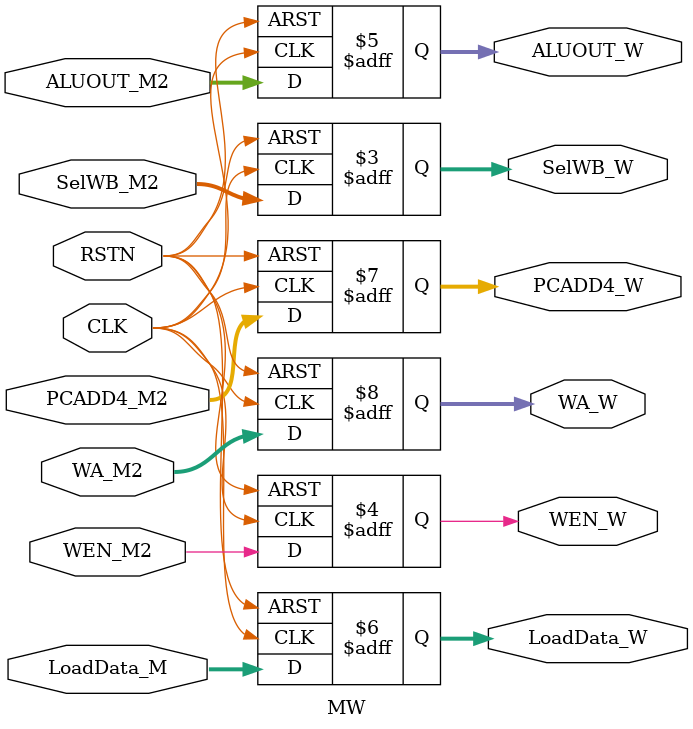
<source format=v>
module MW(
	// input
	input CLK, RSTN,
	input [1:0] SelWB_M2,
	input WEN_M2, 
	input [31:0] ALUOUT_M2, LoadData_M, PCADD4_M2,
	input [4:0] WA_M2,
	// output
	output reg [1:0] SelWB_W,
	output reg WEN_W, 
	output reg [31:0] ALUOUT_W, LoadData_W, PCADD4_W,
	output reg [4:0] WA_W
);
always@(posedge CLK or negedge RSTN) begin
	if(~RSTN) begin
		WEN_W <= 1; SelWB_W <= 0; WA_W <= 0; 
		ALUOUT_W <= 0; LoadData_W <= 0; PCADD4_W <= 0;
	end
	else begin
		SelWB_W <= SelWB_M2; WEN_W <= WEN_M2; WA_W <= WA_M2; 
		PCADD4_W <= PCADD4_M2; ALUOUT_W <= ALUOUT_M2;
		LoadData_W <= LoadData_M; 
	end
end
endmodule

</source>
